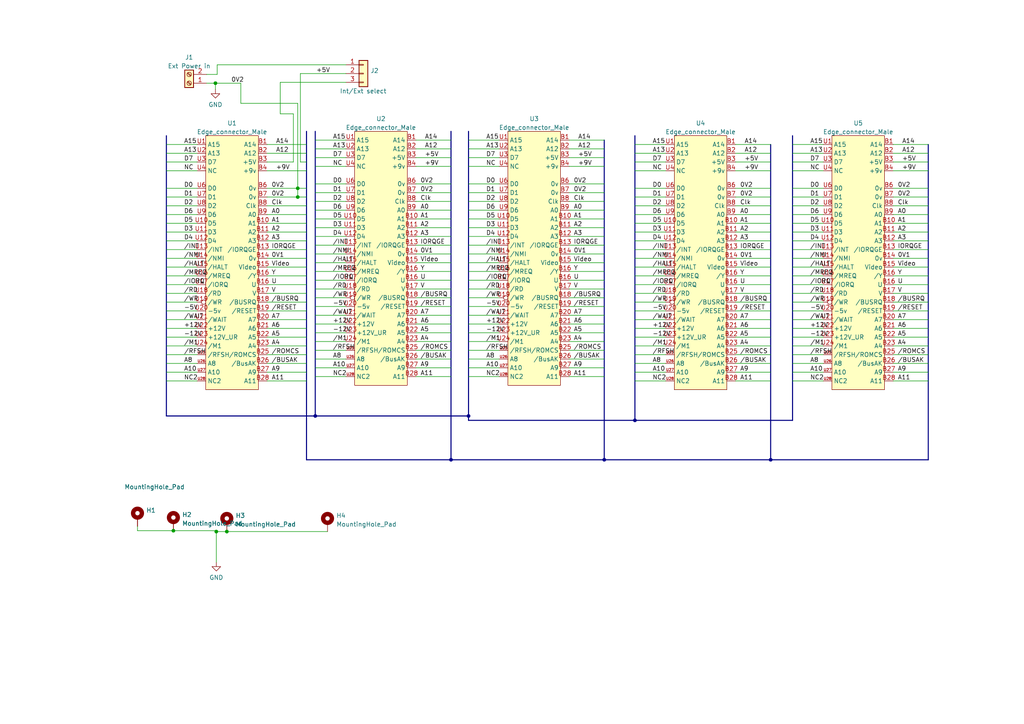
<source format=kicad_sch>
(kicad_sch (version 20211123) (generator eeschema)
  (paper "A4")
  (lib_symbols
    (symbol "Connector:Screw_Terminal_01x02" (pin_names (offset 1.016) hide)
      (property "Reference" "J" (at 0 2.54 0))
      (property "Value" "Screw_Terminal_01x02" (at 0 -5.08 0))
      (symbol "Screw_Terminal_01x02_1_1"
        (rectangle (start -1.27 1.27) (end 1.27 -3.81) (stroke (width 0.254)) (fill (type background)))
        (circle (center 0 -2.54) (radius 0.635) (stroke (width 0.1524)))
        (polyline (pts (xy -0.5334 -2.2098) (xy 0.3302 -3.048)) (stroke (width 0.1524)))
        (polyline (pts (xy -0.5334 0.3302) (xy 0.3302 -0.508)) (stroke (width 0.1524)))
        (polyline (pts (xy -0.3556 -2.032) (xy 0.508 -2.8702)) (stroke (width 0.1524)))
        (polyline (pts (xy -0.3556 0.508) (xy 0.508 -0.3302)) (stroke (width 0.1524)))
        (circle (center 0 0) (radius 0.635) (stroke (width 0.1524)))
        (pin passive line (at -5.08 0 0) (length 3.81) (name "Pin_1") (number "1"))
        (pin passive line (at -5.08 -2.54 0) (length 3.81) (name "Pin_2") (number "2"))
      )
    )
    (symbol "Connector_Generic:Conn_01x03" (pin_names (offset 1.016) hide)
      (property "Reference" "J" (at 0 5.08 0))
      (property "Value" "Conn_01x03" (at 0 -5.08 0))
      (symbol "Conn_01x03_1_1"
        (rectangle (start -1.27 -2.413) (end 0 -2.667) (stroke (width 0.1524)))
        (rectangle (start -1.27 0.127) (end 0 -0.127) (stroke (width 0.1524)))
        (rectangle (start -1.27 2.667) (end 0 2.413) (stroke (width 0.1524)))
        (rectangle (start -1.27 3.81) (end 1.27 -3.81) (stroke (width 0.254)) (fill (type background)))
        (pin passive line (at -5.08 2.54 0) (length 3.81) (name "Pin_1") (number "1"))
        (pin passive line (at -5.08 0 0) (length 3.81) (name "Pin_2") (number "2"))
        (pin passive line (at -5.08 -2.54 0) (length 3.81) (name "Pin_3") (number "3"))
      )
    )
    (symbol "Mechanical:MountingHole_Pad" (pin_numbers hide) (pin_names (offset 1.016) hide)
      (property "Reference" "H" (at 0 6.35 0))
      (property "Value" "MountingHole_Pad" (at 0 4.445 0))
      (symbol "MountingHole_Pad_0_1"
        (circle (center 0 1.27) (radius 1.27) (stroke (width 1.27)))
      )
      (symbol "MountingHole_Pad_1_1"
        (pin input line (at 0 -2.54 90) (length 2.54) (name "1") (number "1"))
      )
    )
    (symbol "Speccy:Edge_connector_Male"
      (property "Reference" "U" (at -5.08 25.4 0))
      (property "Value" "Edge_connector_Male" (at -2.54 -38.1 0))
      (symbol "Edge_connector_Male_0_1"
        (rectangle (start -10.16 38.1) (end 5.08 -35.56) (stroke (width 0.1524)) (fill (type background)))
      )
      (symbol "Edge_connector_Male_1_1"
        (pin bidirectional line (at 7.62 35.56 180) (length 2.54) (name "A14") (number "B1"))
        (pin bidirectional line (at 7.62 12.7 180) (length 2.54) (name "A1") (number "B10"))
        (pin bidirectional line (at 7.62 10.16 180) (length 2.54) (name "A2") (number "B11"))
        (pin bidirectional line (at 7.62 7.62 180) (length 2.54) (name "A3") (number "B12"))
        (pin bidirectional line (at 7.62 5.08 180) (length 2.54) (name "/IORQGE") (number "B13"))
        (pin bidirectional line (at 7.62 2.54 180) (length 2.54) (name "0v") (number "B14"))
        (pin bidirectional line (at 7.62 0 180) (length 2.54) (name "Video") (number "B15"))
        (pin bidirectional line (at 7.62 -2.54 180) (length 2.54) (name "/Y") (number "B16"))
        (pin bidirectional line (at 7.62 -5.08 180) (length 2.54) (name "U") (number "B16"))
        (pin bidirectional line (at 7.62 -7.62 180) (length 2.54) (name "V") (number "B17"))
        (pin bidirectional line (at 7.62 -10.16 180) (length 2.54) (name "/BUSRQ") (number "B18"))
        (pin bidirectional line (at 7.62 -12.7 180) (length 2.54) (name "/RESET") (number "B19"))
        (pin bidirectional line (at 7.62 33.02 180) (length 2.54) (name "A12") (number "B2"))
        (pin bidirectional line (at 7.62 -15.24 180) (length 2.54) (name "A7") (number "B20"))
        (pin tri_state line (at 7.62 -17.78 180) (length 2.54) (name "A6") (number "B21"))
        (pin bidirectional line (at 7.62 -20.32 180) (length 2.54) (name "A5") (number "B22"))
        (pin bidirectional line (at 7.62 -22.86 180) (length 2.54) (name "A4") (number "B23"))
        (pin bidirectional line (at 7.62 -25.4 180) (length 2.54) (name "/ROMCS") (number "B25"))
        (pin bidirectional line (at 7.62 -27.94 180) (length 2.54) (name "/BusAK") (number "B26"))
        (pin bidirectional line (at 7.62 -30.48 180) (length 2.54) (name "A9") (number "B27"))
        (pin bidirectional line (at 7.62 -33.02 180) (length 2.54) (name "A11") (number "B28"))
        (pin bidirectional line (at 7.62 30.48 180) (length 2.54) (name "+5V") (number "B3"))
        (pin bidirectional line (at 7.62 27.94 180) (length 2.54) (name "+9v") (number "B4"))
        (pin bidirectional line (at 7.62 22.86 180) (length 2.54) (name "0v") (number "B6"))
        (pin bidirectional line (at 7.62 20.32 180) (length 2.54) (name "0v") (number "B7"))
        (pin bidirectional line (at 7.62 17.78 180) (length 2.54) (name "Clk") (number "B8"))
        (pin bidirectional line (at 7.62 15.24 180) (length 2.54) (name "A0") (number "B9"))
        (pin bidirectional line (at -12.7 35.56 0) (length 2.54) (name "A15") (number "U1"))
        (pin bidirectional line (at -12.7 12.7 0) (length 2.54) (name "D5") (number "U10"))
        (pin bidirectional line (at -12.7 10.16 0) (length 2.54) (name "D3") (number "U11"))
        (pin bidirectional line (at -12.7 7.62 0) (length 2.54) (name "D4") (number "U12"))
        (pin bidirectional line (at -12.7 5.08 0) (length 2.54) (name "/INT") (number "U13"))
        (pin bidirectional line (at -12.7 2.54 0) (length 2.54) (name "/NMI") (number "U14"))
        (pin bidirectional line (at -12.7 0 0) (length 2.54) (name "/HALT") (number "U15"))
        (pin bidirectional line (at -12.7 -2.54 0) (length 2.54) (name "/MREQ") (number "U16"))
        (pin bidirectional line (at -12.7 -5.08 0) (length 2.54) (name "/IORQ") (number "U17"))
        (pin tri_state line (at -12.7 -7.62 0) (length 2.54) (name "/RD") (number "U18"))
        (pin bidirectional inverted (at -12.7 -10.16 0) (length 2.54) (name "/WR") (number "U19"))
        (pin bidirectional line (at -12.7 33.02 0) (length 2.54) (name "A13") (number "U2"))
        (pin bidirectional line (at -12.7 -12.7 0) (length 2.54) (name "-5v") (number "U20"))
        (pin bidirectional line (at -12.7 -15.24 0) (length 2.54) (name "/WAIT") (number "U21"))
        (pin bidirectional line (at -12.7 -17.78 0) (length 2.54) (name "+12V") (number "U22"))
        (pin bidirectional line (at -12.7 -20.32 0) (length 2.54) (name "+12V_UR") (number "U23"))
        (pin bidirectional line (at -12.7 -22.86 0) (length 2.54) (name "/M1") (number "U24"))
        (pin bidirectional line (at -12.7 -25.4 0) (length 2.54) (name "/RFSH") (number "U25"))
        (pin bidirectional line (at -12.7 -27.94 0) (length 2.54) (name "A8") (number "U26"))
        (pin bidirectional line (at -12.7 -30.48 0) (length 2.54) (name "A10") (number "U27"))
        (pin bidirectional line (at -12.7 -33.02 0) (length 2.54) (name "NC2") (number "U28"))
        (pin bidirectional line (at -12.7 30.48 0) (length 2.54) (name "D7") (number "U3"))
        (pin bidirectional line (at -12.7 27.94 0) (length 2.54) (name "NC") (number "U4"))
        (pin bidirectional line (at -12.7 22.86 0) (length 2.54) (name "D0") (number "U6"))
        (pin bidirectional line (at -12.7 20.32 0) (length 2.54) (name "D1") (number "U7"))
        (pin bidirectional line (at -12.7 17.78 0) (length 2.54) (name "D2") (number "U8"))
        (pin bidirectional line (at -12.7 15.24 0) (length 2.54) (name "D6") (number "U9"))
      )
    )
    (symbol "power:GND" (power) (pin_names (offset 0))
      (property "Value" "GND" (at 0 -3.81 0))
      (symbol "GND_0_1"
        (polyline (pts (xy 0 0) (xy 0 -1.27) (xy 1.27 -1.27) (xy 0 -2.54) (xy -1.27 -1.27) (xy 0 -1.27)))
      )
      (symbol "GND_1_1"
        (pin power_in line (at 0 0 270) (length 0) hide (name "GND") (number "1"))
      )
    )
  )
  (junction (at 62.738 154.178))
  (junction (at 135.89 120.65))
  (junction (at 175.26 133.35))
  (junction (at 130.81 133.35))
  (junction (at 184.15 121.92))
  (junction (at 223.52 133.35))
  (junction (at 62.484 24.13))
  (junction (at 91.44 120.65))
  (junction (at 86.36 57.15))
  (junction (at 86.36 54.61))
  (junction (at 65.786 154.178))
  (junction (at 50.292 153.924))
  (wire (pts (xy 91.44 96.52) (xy 100.33 96.52)))
  (wire (pts (xy 135.89 55.88) (xy 144.78 55.88)))
  (wire (pts (xy 77.47 77.47) (xy 88.9 77.47)))
  (wire (pts (xy 48.26 110.49) (xy 57.15 110.49)))
  (wire (pts (xy 62.992 18.796) (xy 62.992 21.59)))
  (wire (pts (xy 259.08 80.01) (xy 269.24 80.01)))
  (wire (pts (xy 213.36 95.25) (xy 223.52 95.25)))
  (wire (pts (xy 48.26 85.09) (xy 57.15 85.09)))
  (wire (pts (xy 91.44 109.22) (xy 100.33 109.22)))
  (wire (pts (xy 50.292 153.924) (xy 39.878 153.924)))
  (wire (pts (xy 69.85 29.972) (xy 69.85 24.13)))
  (wire (pts (xy 229.87 90.17) (xy 238.76 90.17)))
  (wire (pts (xy 62.738 153.924) (xy 62.738 154.178)))
  (wire (pts (xy 165.1 78.74) (xy 175.26 78.74)))
  (wire (pts (xy 213.36 59.69) (xy 223.52 59.69)))
  (wire (pts (xy 165.1 73.66) (xy 175.26 73.66)))
  (wire (pts (xy 259.08 85.09) (xy 269.24 85.09)))
  (wire (pts (xy 120.65 96.52) (xy 130.81 96.52)))
  (wire (pts (xy 213.36 72.39) (xy 223.52 72.39)))
  (wire (pts (xy 91.44 48.26) (xy 100.33 48.26)))
  (wire (pts (xy 81.28 33.02) (xy 81.28 23.876)))
  (wire (pts (xy 135.89 109.22) (xy 144.78 109.22)))
  (wire (pts (xy 135.89 101.6) (xy 144.78 101.6)))
  (wire (pts (xy 229.87 102.87) (xy 238.76 102.87)))
  (wire (pts (xy 77.47 46.99) (xy 85.09 46.99)))
  (wire (pts (xy 120.65 68.58) (xy 130.81 68.58)))
  (wire (pts (xy 48.26 41.91) (xy 57.15 41.91)))
  (wire (pts (xy 87.122 21.336) (xy 100.33 21.336)))
  (bus (pts (xy 229.87 121.92) (xy 184.15 121.92)))
  (wire (pts (xy 91.44 91.44) (xy 100.33 91.44)))
  (wire (pts (xy 77.47 80.01) (xy 88.9 80.01)))
  (wire (pts (xy 120.65 86.36) (xy 130.81 86.36)))
  (wire (pts (xy 213.36 64.77) (xy 223.52 64.77)))
  (wire (pts (xy 259.08 41.91) (xy 269.24 41.91)))
  (wire (pts (xy 229.87 107.95) (xy 238.76 107.95)))
  (wire (pts (xy 184.15 62.23) (xy 193.04 62.23)))
  (wire (pts (xy 184.15 85.09) (xy 193.04 85.09)))
  (wire (pts (xy 91.44 99.06) (xy 100.33 99.06)))
  (wire (pts (xy 120.65 40.64) (xy 130.81 40.64)))
  (wire (pts (xy 81.28 23.876) (xy 100.33 23.876)))
  (wire (pts (xy 62.484 24.13) (xy 59.944 24.13)))
  (wire (pts (xy 120.65 73.66) (xy 130.81 73.66)))
  (wire (pts (xy 184.15 90.17) (xy 193.04 90.17)))
  (wire (pts (xy 86.36 54.61) (xy 86.36 29.972)))
  (wire (pts (xy 184.15 54.61) (xy 193.04 54.61)))
  (wire (pts (xy 91.44 71.12) (xy 100.33 71.12)))
  (bus (pts (xy 91.44 120.65) (xy 135.89 120.65)))
  (wire (pts (xy 165.1 96.52) (xy 175.26 96.52)))
  (wire (pts (xy 91.44 40.64) (xy 100.33 40.64)))
  (wire (pts (xy 135.89 81.28) (xy 144.78 81.28)))
  (wire (pts (xy 120.65 43.18) (xy 130.81 43.18)))
  (wire (pts (xy 184.15 102.87) (xy 193.04 102.87)))
  (wire (pts (xy 165.1 88.9) (xy 175.26 88.9)))
  (wire (pts (xy 120.65 63.5) (xy 130.81 63.5)))
  (wire (pts (xy 135.89 48.26) (xy 144.78 48.26)))
  (wire (pts (xy 259.08 107.95) (xy 269.24 107.95)))
  (wire (pts (xy 77.47 85.09) (xy 88.9 85.09)))
  (wire (pts (xy 65.786 154.178) (xy 94.996 154.178)))
  (wire (pts (xy 86.36 57.15) (xy 86.36 54.61)))
  (wire (pts (xy 77.47 69.85) (xy 88.9 69.85)))
  (wire (pts (xy 77.47 59.69) (xy 88.9 59.69)))
  (wire (pts (xy 229.87 57.15) (xy 238.76 57.15)))
  (wire (pts (xy 213.36 62.23) (xy 223.52 62.23)))
  (wire (pts (xy 259.08 110.49) (xy 269.24 110.49)))
  (wire (pts (xy 165.1 60.96) (xy 175.26 60.96)))
  (wire (pts (xy 259.08 62.23) (xy 269.24 62.23)))
  (wire (pts (xy 165.1 66.04) (xy 175.26 66.04)))
  (wire (pts (xy 184.15 69.85) (xy 193.04 69.85)))
  (bus (pts (xy 184.15 39.37) (xy 184.15 121.92)))
  (wire (pts (xy 213.36 77.47) (xy 223.52 77.47)))
  (wire (pts (xy 165.1 106.68) (xy 175.26 106.68)))
  (wire (pts (xy 259.08 49.53) (xy 269.24 49.53)))
  (wire (pts (xy 120.65 99.06) (xy 130.81 99.06)))
  (wire (pts (xy 62.738 154.178) (xy 62.738 163.068)))
  (wire (pts (xy 120.65 88.9) (xy 130.81 88.9)))
  (wire (pts (xy 229.87 49.53) (xy 238.76 49.53)))
  (wire (pts (xy 48.26 77.47) (xy 57.15 77.47)))
  (wire (pts (xy 91.44 60.96) (xy 100.33 60.96)))
  (wire (pts (xy 91.44 88.9) (xy 100.33 88.9)))
  (wire (pts (xy 48.26 74.93) (xy 57.15 74.93)))
  (wire (pts (xy 77.47 102.87) (xy 88.9 102.87)))
  (wire (pts (xy 259.08 105.41) (xy 269.24 105.41)))
  (wire (pts (xy 85.09 46.99) (xy 85.09 33.02)))
  (wire (pts (xy 77.47 107.95) (xy 88.9 107.95)))
  (wire (pts (xy 48.26 69.85) (xy 57.15 69.85)))
  (wire (pts (xy 135.89 66.04) (xy 144.78 66.04)))
  (wire (pts (xy 135.89 40.64) (xy 144.78 40.64)))
  (wire (pts (xy 120.65 53.34) (xy 130.81 53.34)))
  (wire (pts (xy 213.36 74.93) (xy 223.52 74.93)))
  (wire (pts (xy 259.08 100.33) (xy 269.24 100.33)))
  (bus (pts (xy 130.81 38.1) (xy 130.81 133.35)))
  (wire (pts (xy 48.26 107.95) (xy 57.15 107.95)))
  (wire (pts (xy 184.15 107.95) (xy 193.04 107.95)))
  (wire (pts (xy 259.08 90.17) (xy 269.24 90.17)))
  (wire (pts (xy 77.47 90.17) (xy 88.9 90.17)))
  (wire (pts (xy 48.26 80.01) (xy 57.15 80.01)))
  (wire (pts (xy 213.36 102.87) (xy 223.52 102.87)))
  (wire (pts (xy 77.47 95.25) (xy 88.9 95.25)))
  (wire (pts (xy 77.47 82.55) (xy 88.9 82.55)))
  (wire (pts (xy 86.36 29.972) (xy 69.85 29.972)))
  (wire (pts (xy 120.65 106.68) (xy 130.81 106.68)))
  (wire (pts (xy 184.15 95.25) (xy 193.04 95.25)))
  (wire (pts (xy 48.26 62.23) (xy 57.15 62.23)))
  (bus (pts (xy 229.87 39.37) (xy 229.87 121.92)))
  (wire (pts (xy 229.87 59.69) (xy 238.76 59.69)))
  (wire (pts (xy 229.87 46.99) (xy 238.76 46.99)))
  (wire (pts (xy 48.26 87.63) (xy 57.15 87.63)))
  (wire (pts (xy 213.36 87.63) (xy 223.52 87.63)))
  (wire (pts (xy 184.15 77.47) (xy 193.04 77.47)))
  (wire (pts (xy 213.36 67.31) (xy 223.52 67.31)))
  (bus (pts (xy 48.26 39.37) (xy 48.26 120.65)))
  (wire (pts (xy 91.44 63.5) (xy 100.33 63.5)))
  (wire (pts (xy 48.26 72.39) (xy 57.15 72.39)))
  (wire (pts (xy 165.1 68.58) (xy 175.26 68.58)))
  (wire (pts (xy 48.26 59.69) (xy 57.15 59.69)))
  (wire (pts (xy 39.878 153.924) (xy 39.878 152.654)))
  (bus (pts (xy 184.15 121.92) (xy 135.89 121.92)))
  (wire (pts (xy 48.26 44.45) (xy 57.15 44.45)))
  (wire (pts (xy 259.08 57.15) (xy 269.24 57.15)))
  (wire (pts (xy 213.36 107.95) (xy 223.52 107.95)))
  (wire (pts (xy 213.36 80.01) (xy 223.52 80.01)))
  (wire (pts (xy 229.87 62.23) (xy 238.76 62.23)))
  (wire (pts (xy 48.26 100.33) (xy 57.15 100.33)))
  (wire (pts (xy 259.08 54.61) (xy 269.24 54.61)))
  (wire (pts (xy 259.08 74.93) (xy 269.24 74.93)))
  (bus (pts (xy 88.9 38.1) (xy 88.9 133.35)))
  (wire (pts (xy 213.36 57.15) (xy 223.52 57.15)))
  (wire (pts (xy 120.65 60.96) (xy 130.81 60.96)))
  (wire (pts (xy 165.1 53.34) (xy 175.26 53.34)))
  (wire (pts (xy 259.08 87.63) (xy 269.24 87.63)))
  (wire (pts (xy 184.15 87.63) (xy 193.04 87.63)))
  (wire (pts (xy 229.87 97.79) (xy 238.76 97.79)))
  (wire (pts (xy 120.65 66.04) (xy 130.81 66.04)))
  (wire (pts (xy 229.87 100.33) (xy 238.76 100.33)))
  (wire (pts (xy 229.87 64.77) (xy 238.76 64.77)))
  (wire (pts (xy 59.944 21.59) (xy 62.992 21.59)))
  (wire (pts (xy 213.36 85.09) (xy 223.52 85.09)))
  (wire (pts (xy 165.1 81.28) (xy 175.26 81.28)))
  (wire (pts (xy 91.44 45.72) (xy 100.33 45.72)))
  (wire (pts (xy 91.44 58.42) (xy 100.33 58.42)))
  (wire (pts (xy 229.87 105.41) (xy 238.76 105.41)))
  (wire (pts (xy 135.89 76.2) (xy 144.78 76.2)))
  (wire (pts (xy 135.89 45.72) (xy 144.78 45.72)))
  (bus (pts (xy 91.44 38.1) (xy 91.44 120.65)))
  (wire (pts (xy 120.65 91.44) (xy 130.81 91.44)))
  (wire (pts (xy 91.44 53.34) (xy 100.33 53.34)))
  (wire (pts (xy 48.26 54.61) (xy 57.15 54.61)))
  (wire (pts (xy 229.87 92.71) (xy 238.76 92.71)))
  (wire (pts (xy 184.15 97.79) (xy 193.04 97.79)))
  (wire (pts (xy 77.47 105.41) (xy 88.9 105.41)))
  (wire (pts (xy 229.87 69.85) (xy 238.76 69.85)))
  (wire (pts (xy 86.36 54.61) (xy 88.9 54.61)))
  (wire (pts (xy 135.89 73.66) (xy 144.78 73.66)))
  (wire (pts (xy 184.15 64.77) (xy 193.04 64.77)))
  (wire (pts (xy 184.15 57.15) (xy 193.04 57.15)))
  (wire (pts (xy 120.65 76.2) (xy 130.81 76.2)))
  (wire (pts (xy 184.15 67.31) (xy 193.04 67.31)))
  (wire (pts (xy 135.89 93.98) (xy 144.78 93.98)))
  (wire (pts (xy 213.36 41.91) (xy 223.52 41.91)))
  (wire (pts (xy 120.65 45.72) (xy 130.81 45.72)))
  (wire (pts (xy 91.44 78.74) (xy 100.33 78.74)))
  (wire (pts (xy 48.26 67.31) (xy 57.15 67.31)))
  (wire (pts (xy 213.36 82.55) (xy 223.52 82.55)))
  (wire (pts (xy 259.08 97.79) (xy 269.24 97.79)))
  (wire (pts (xy 120.65 48.26) (xy 130.81 48.26)))
  (bus (pts (xy 175.26 40.64) (xy 175.26 133.35)))
  (wire (pts (xy 86.36 57.15) (xy 88.9 57.15)))
  (wire (pts (xy 135.89 99.06) (xy 144.78 99.06)))
  (wire (pts (xy 91.44 43.18) (xy 100.33 43.18)))
  (wire (pts (xy 62.484 25.908) (xy 62.484 24.13)))
  (bus (pts (xy 135.89 38.1) (xy 135.89 120.65)))
  (wire (pts (xy 77.47 72.39) (xy 88.9 72.39)))
  (wire (pts (xy 229.87 67.31) (xy 238.76 67.31)))
  (wire (pts (xy 184.15 110.49) (xy 193.04 110.49)))
  (wire (pts (xy 184.15 82.55) (xy 193.04 82.55)))
  (wire (pts (xy 120.65 55.88) (xy 130.81 55.88)))
  (wire (pts (xy 120.65 71.12) (xy 130.81 71.12)))
  (wire (pts (xy 213.36 69.85) (xy 223.52 69.85)))
  (wire (pts (xy 48.26 64.77) (xy 57.15 64.77)))
  (wire (pts (xy 165.1 101.6) (xy 175.26 101.6)))
  (wire (pts (xy 229.87 44.45) (xy 238.76 44.45)))
  (wire (pts (xy 184.15 72.39) (xy 193.04 72.39)))
  (bus (pts (xy 269.24 133.35) (xy 223.52 133.35)))
  (wire (pts (xy 135.89 60.96) (xy 144.78 60.96)))
  (wire (pts (xy 77.47 54.61) (xy 86.36 54.61)))
  (wire (pts (xy 77.47 41.91) (xy 88.9 41.91)))
  (wire (pts (xy 87.122 21.336) (xy 87.122 46.99)))
  (wire (pts (xy 165.1 104.14) (xy 175.26 104.14)))
  (wire (pts (xy 77.47 49.53) (xy 88.9 49.53)))
  (wire (pts (xy 165.1 58.42) (xy 175.26 58.42)))
  (wire (pts (xy 48.26 97.79) (xy 57.15 97.79)))
  (wire (pts (xy 213.36 97.79) (xy 223.52 97.79)))
  (wire (pts (xy 184.15 59.69) (xy 193.04 59.69)))
  (wire (pts (xy 165.1 93.98) (xy 175.26 93.98)))
  (wire (pts (xy 91.44 93.98) (xy 100.33 93.98)))
  (bus (pts (xy 88.9 133.35) (xy 130.81 133.35)))
  (wire (pts (xy 165.1 71.12) (xy 175.26 71.12)))
  (wire (pts (xy 184.15 44.45) (xy 193.04 44.45)))
  (wire (pts (xy 120.65 83.82) (xy 130.81 83.82)))
  (wire (pts (xy 48.26 49.53) (xy 57.15 49.53)))
  (wire (pts (xy 91.44 81.28) (xy 100.33 81.28)))
  (wire (pts (xy 213.36 92.71) (xy 223.52 92.71)))
  (wire (pts (xy 120.65 78.74) (xy 130.81 78.74)))
  (wire (pts (xy 259.08 44.45) (xy 269.24 44.45)))
  (bus (pts (xy 223.52 133.35) (xy 175.26 133.35)))
  (wire (pts (xy 259.08 102.87) (xy 269.24 102.87)))
  (wire (pts (xy 165.1 63.5) (xy 175.26 63.5)))
  (wire (pts (xy 135.89 86.36) (xy 144.78 86.36)))
  (wire (pts (xy 259.08 67.31) (xy 269.24 67.31)))
  (wire (pts (xy 184.15 80.01) (xy 193.04 80.01)))
  (wire (pts (xy 229.87 54.61) (xy 238.76 54.61)))
  (wire (pts (xy 184.15 41.91) (xy 193.04 41.91)))
  (wire (pts (xy 91.44 104.14) (xy 100.33 104.14)))
  (wire (pts (xy 213.36 90.17) (xy 223.52 90.17)))
  (wire (pts (xy 165.1 91.44) (xy 175.26 91.44)))
  (wire (pts (xy 81.28 33.02) (xy 85.09 33.02)))
  (wire (pts (xy 91.44 66.04) (xy 100.33 66.04)))
  (wire (pts (xy 91.44 68.58) (xy 100.33 68.58)))
  (wire (pts (xy 77.47 74.93) (xy 88.9 74.93)))
  (wire (pts (xy 48.26 82.55) (xy 57.15 82.55)))
  (wire (pts (xy 259.08 69.85) (xy 269.24 69.85)))
  (wire (pts (xy 77.47 110.49) (xy 88.9 110.49)))
  (wire (pts (xy 165.1 43.18) (xy 175.26 43.18)))
  (wire (pts (xy 91.44 101.6) (xy 100.33 101.6)))
  (wire (pts (xy 184.15 74.93) (xy 193.04 74.93)))
  (wire (pts (xy 184.15 105.41) (xy 193.04 105.41)))
  (wire (pts (xy 120.65 58.42) (xy 130.81 58.42)))
  (wire (pts (xy 165.1 109.22) (xy 175.26 109.22)))
  (wire (pts (xy 48.26 102.87) (xy 57.15 102.87)))
  (wire (pts (xy 77.47 57.15) (xy 86.36 57.15)))
  (wire (pts (xy 165.1 55.88) (xy 175.26 55.88)))
  (wire (pts (xy 135.89 96.52) (xy 144.78 96.52)))
  (wire (pts (xy 120.65 81.28) (xy 130.81 81.28)))
  (wire (pts (xy 135.89 106.68) (xy 144.78 106.68)))
  (wire (pts (xy 135.89 58.42) (xy 144.78 58.42)))
  (wire (pts (xy 213.36 105.41) (xy 223.52 105.41)))
  (wire (pts (xy 213.36 110.49) (xy 223.52 110.49)))
  (wire (pts (xy 213.36 54.61) (xy 223.52 54.61)))
  (wire (pts (xy 259.08 82.55) (xy 269.24 82.55)))
  (wire (pts (xy 184.15 92.71) (xy 193.04 92.71)))
  (wire (pts (xy 229.87 95.25) (xy 238.76 95.25)))
  (bus (pts (xy 135.89 121.92) (xy 135.89 120.65)))
  (wire (pts (xy 100.33 18.796) (xy 62.992 18.796)))
  (wire (pts (xy 259.08 72.39) (xy 269.24 72.39)))
  (wire (pts (xy 91.44 106.68) (xy 100.33 106.68)))
  (wire (pts (xy 259.08 92.71) (xy 269.24 92.71)))
  (wire (pts (xy 135.89 83.82) (xy 144.78 83.82)))
  (bus (pts (xy 269.24 41.91) (xy 269.24 133.35)))
  (wire (pts (xy 165.1 76.2) (xy 175.26 76.2)))
  (wire (pts (xy 77.47 64.77) (xy 88.9 64.77)))
  (wire (pts (xy 77.47 44.45) (xy 88.9 44.45)))
  (wire (pts (xy 120.65 101.6) (xy 130.81 101.6)))
  (wire (pts (xy 135.89 68.58) (xy 144.78 68.58)))
  (wire (pts (xy 135.89 63.5) (xy 144.78 63.5)))
  (wire (pts (xy 77.47 100.33) (xy 88.9 100.33)))
  (wire (pts (xy 213.36 46.99) (xy 223.52 46.99)))
  (wire (pts (xy 259.08 77.47) (xy 269.24 77.47)))
  (wire (pts (xy 229.87 72.39) (xy 238.76 72.39)))
  (wire (pts (xy 91.44 83.82) (xy 100.33 83.82)))
  (wire (pts (xy 229.87 110.49) (xy 238.76 110.49)))
  (wire (pts (xy 259.08 59.69) (xy 269.24 59.69)))
  (wire (pts (xy 259.08 64.77) (xy 269.24 64.77)))
  (wire (pts (xy 213.36 100.33) (xy 223.52 100.33)))
  (wire (pts (xy 135.89 53.34) (xy 144.78 53.34)))
  (wire (pts (xy 48.26 105.41) (xy 57.15 105.41)))
  (wire (pts (xy 259.08 95.25) (xy 269.24 95.25)))
  (wire (pts (xy 135.89 88.9) (xy 144.78 88.9)))
  (wire (pts (xy 120.65 104.14) (xy 130.81 104.14)))
  (wire (pts (xy 69.85 24.13) (xy 62.484 24.13)))
  (bus (pts (xy 175.26 133.35) (xy 130.81 133.35)))
  (wire (pts (xy 229.87 77.47) (xy 238.76 77.47)))
  (wire (pts (xy 91.44 86.36) (xy 100.33 86.36)))
  (wire (pts (xy 48.26 90.17) (xy 57.15 90.17)))
  (wire (pts (xy 91.44 76.2) (xy 100.33 76.2)))
  (wire (pts (xy 48.26 57.15) (xy 57.15 57.15)))
  (wire (pts (xy 184.15 100.33) (xy 193.04 100.33)))
  (wire (pts (xy 135.89 78.74) (xy 144.78 78.74)))
  (wire (pts (xy 229.87 85.09) (xy 238.76 85.09)))
  (wire (pts (xy 87.122 46.99) (xy 88.9 46.99)))
  (wire (pts (xy 165.1 83.82) (xy 175.26 83.82)))
  (wire (pts (xy 213.36 44.45) (xy 223.52 44.45)))
  (wire (pts (xy 135.89 43.18) (xy 144.78 43.18)))
  (wire (pts (xy 120.65 109.22) (xy 130.81 109.22)))
  (wire (pts (xy 48.26 95.25) (xy 57.15 95.25)))
  (bus (pts (xy 223.52 41.91) (xy 223.52 133.35)))
  (wire (pts (xy 184.15 49.53) (xy 193.04 49.53)))
  (wire (pts (xy 165.1 99.06) (xy 175.26 99.06)))
  (bus (pts (xy 48.26 120.65) (xy 91.44 120.65)))
  (wire (pts (xy 259.08 46.99) (xy 269.24 46.99)))
  (wire (pts (xy 184.15 46.99) (xy 193.04 46.99)))
  (wire (pts (xy 62.738 154.178) (xy 65.786 154.178)))
  (wire (pts (xy 91.44 55.88) (xy 100.33 55.88)))
  (wire (pts (xy 91.44 73.66) (xy 100.33 73.66)))
  (wire (pts (xy 48.26 92.71) (xy 57.15 92.71)))
  (wire (pts (xy 229.87 74.93) (xy 238.76 74.93)))
  (wire (pts (xy 77.47 92.71) (xy 88.9 92.71)))
  (wire (pts (xy 229.87 80.01) (xy 238.76 80.01)))
  (wire (pts (xy 213.36 49.53) (xy 223.52 49.53)))
  (wire (pts (xy 165.1 86.36) (xy 175.26 86.36)))
  (wire (pts (xy 50.292 153.924) (xy 62.738 153.924)))
  (wire (pts (xy 77.47 67.31) (xy 88.9 67.31)))
  (wire (pts (xy 229.87 87.63) (xy 238.76 87.63)))
  (wire (pts (xy 135.89 71.12) (xy 144.78 71.12)))
  (wire (pts (xy 135.89 104.14) (xy 144.78 104.14)))
  (wire (pts (xy 229.87 82.55) (xy 238.76 82.55)))
  (wire (pts (xy 165.1 40.64) (xy 175.26 40.64)))
  (wire (pts (xy 165.1 45.72) (xy 175.26 45.72)))
  (wire (pts (xy 77.47 87.63) (xy 88.9 87.63)))
  (wire (pts (xy 77.47 97.79) (xy 88.9 97.79)))
  (wire (pts (xy 77.47 62.23) (xy 88.9 62.23)))
  (wire (pts (xy 120.65 93.98) (xy 130.81 93.98)))
  (wire (pts (xy 229.87 41.91) (xy 238.76 41.91)))
  (wire (pts (xy 135.89 91.44) (xy 144.78 91.44)))
  (wire (pts (xy 48.26 46.99) (xy 57.15 46.99)))
  (wire (pts (xy 165.1 48.26) (xy 175.26 48.26)))
  (label "A12" (at 167.64 43.18 0))
  (label "-12V" (at 234.95 97.79 0))
  (label "A9" (at 78.74 107.95 0))
  (label "+5V" (at 167.64 45.72 0))
  (label "0V2" (at 166.37 53.34 0))
  (label "D6" (at 96.52 60.96 0))
  (label "-5V" (at 234.95 90.17 0))
  (label "{slash}BUSAK" (at 260.35 105.41 0))
  (label "A10" (at 53.34 107.95 0))
  (label "A1" (at 166.37 63.5 0))
  (label "A4" (at 121.92 99.06 0))
  (label "+12V" (at 140.97 93.98 0))
  (label "-12V" (at 189.23 97.79 0))
  (label "Video" (at 121.92 76.2 0))
  (label "IORQGE" (at 166.37 71.12 0))
  (label "{slash}MREQ" (at 234.95 80.01 0))
  (label "U" (at 260.35 82.55 0))
  (label "+12V" (at 53.34 95.25 0))
  (label "D3" (at 189.23 67.31 0))
  (label "Clk" (at 214.63 59.69 0))
  (label "Y" (at 260.35 80.01 0))
  (label "{slash}RESET" (at 121.92 88.9 0))
  (label "{slash}BUSAK" (at 78.74 105.41 0))
  (label "-12V" (at 96.52 96.52 0))
  (label "V" (at 121.92 83.82 0))
  (label "0V1" (at 121.92 73.66 0))
  (label "A14" (at 167.64 40.64 0))
  (label "D2" (at 140.97 58.42 0))
  (label "D5" (at 53.34 64.77 0))
  (label "{slash}IORQ" (at 234.95 82.55 0))
  (label "A15" (at 234.95 41.91 0))
  (label "-12V" (at 140.97 96.52 0))
  (label "{slash}RD" (at 189.23 85.09 0))
  (label "D2" (at 189.23 59.69 0))
  (label "D5" (at 96.52 63.5 0))
  (label "D1" (at 53.34 57.15 0))
  (label "+9V" (at 80.01 49.53 0))
  (label "D0" (at 189.23 54.61 0))
  (label "D7" (at 96.52 45.72 0))
  (label "+5V" (at 91.694 21.336 0))
  (label "Video" (at 214.63 77.47 0))
  (label "{slash}M1" (at 234.95 100.33 0))
  (label "NC2" (at 53.34 110.49 0))
  (label "-5V" (at 96.52 88.9 0))
  (label "{slash}WAIT" (at 234.95 92.71 0))
  (label "D0" (at 234.95 54.61 0))
  (label "A15" (at 96.52 40.64 0))
  (label "A2" (at 260.35 67.31 0))
  (label "A10" (at 189.23 107.95 0))
  (label "{slash}ROMCS" (at 121.92 101.6 0))
  (label "{slash}HALT" (at 140.97 76.2 0))
  (label "{slash}WR" (at 53.34 87.63 0))
  (label "+9V" (at 215.9 49.53 0))
  (label "+9V" (at 123.19 48.26 0))
  (label "A3" (at 121.92 68.58 0))
  (label "0V2" (at 78.74 54.61 0))
  (label "A9" (at 260.35 107.95 0))
  (label "D6" (at 53.34 62.23 0))
  (label "0V2" (at 214.63 57.15 0))
  (label "A5" (at 260.35 97.79 0))
  (label "NC" (at 234.95 49.53 0))
  (label "A2" (at 121.92 66.04 0))
  (label "{slash}M1" (at 140.97 99.06 0))
  (label "NC2" (at 189.23 110.49 0))
  (label "{slash}RD" (at 234.95 85.09 0))
  (label "{slash}BUSRQ" (at 260.35 87.63 0))
  (label "A14" (at 215.9 41.91 0))
  (label "D7" (at 189.23 46.99 0))
  (label "D7" (at 140.97 45.72 0))
  (label "{slash}RESET" (at 214.63 90.17 0))
  (label "D0" (at 96.52 53.34 0))
  (label "A6" (at 78.74 95.25 0))
  (label "NC2" (at 140.97 109.22 0))
  (label "A13" (at 96.52 43.18 0))
  (label "U" (at 214.63 82.55 0))
  (label "+9V" (at 167.64 48.26 0))
  (label "A11" (at 166.37 109.22 0))
  (label "A11" (at 214.63 110.49 0))
  (label "+12V" (at 96.52 93.98 0))
  (label "A7" (at 260.35 92.71 0))
  (label "A9" (at 214.63 107.95 0))
  (label "{slash}MREQ" (at 140.97 78.74 0))
  (label "{slash}BUSAK" (at 121.92 104.14 0))
  (label "D0" (at 53.34 54.61 0))
  (label "A3" (at 214.63 69.85 0))
  (label "{slash}HALT" (at 234.95 77.47 0))
  (label "{slash}RESET" (at 166.37 88.9 0))
  (label "{slash}IORQ" (at 96.52 81.28 0))
  (label "A4" (at 214.63 100.33 0))
  (label "A8" (at 96.52 104.14 0))
  (label "A15" (at 53.34 41.91 0))
  (label "{slash}IORQ" (at 189.23 82.55 0))
  (label "Video" (at 260.35 77.47 0))
  (label "{slash}BUSRQ" (at 121.92 86.36 0))
  (label "IORQGE" (at 214.63 72.39 0))
  (label "{slash}MREQ" (at 53.34 80.01 0))
  (label "A1" (at 260.35 64.77 0))
  (label "A5" (at 214.63 97.79 0))
  (label "{slash}INT" (at 53.34 72.39 0))
  (label "{slash}BUSAK" (at 214.63 105.41 0))
  (label "{slash}WAIT" (at 189.23 92.71 0))
  (label "IORQGE" (at 121.92 71.12 0))
  (label "+9V" (at 261.62 49.53 0))
  (label "D5" (at 234.95 64.77 0))
  (label "0V2" (at 260.35 57.15 0))
  (label "NC" (at 189.23 49.53 0))
  (label "D0" (at 140.97 53.34 0))
  (label "A12" (at 123.19 43.18 0))
  (label "{slash}WR" (at 140.97 86.36 0))
  (label "D5" (at 189.23 64.77 0))
  (label "A8" (at 140.97 104.14 0))
  (label "{slash}INT" (at 189.23 72.39 0))
  (label "{slash}RESET" (at 78.74 90.17 0))
  (label "{slash}HALT" (at 53.34 77.47 0))
  (label "Clk" (at 78.74 59.69 0))
  (label "{slash}IORQ" (at 140.97 81.28 0))
  (label "D1" (at 234.95 57.15 0))
  (label "A11" (at 121.92 109.22 0))
  (label "0V1" (at 78.74 74.93 0))
  (label "A13" (at 234.95 44.45 0))
  (label "A7" (at 121.92 91.44 0))
  (label "A4" (at 166.37 99.06 0))
  (label "{slash}INT" (at 96.52 71.12 0))
  (label "A15" (at 140.97 40.64 0))
  (label "A5" (at 166.37 96.52 0))
  (label "NC2" (at 234.95 110.49 0))
  (label "{slash}BUSRQ" (at 78.74 87.63 0))
  (label "-5V" (at 53.34 90.17 0))
  (label "{slash}M1" (at 96.52 99.06 0))
  (label "U" (at 121.92 81.28 0))
  (label "+12V" (at 189.23 95.25 0))
  (label "IORQGE" (at 78.74 72.39 0))
  (label "A14" (at 261.62 41.91 0))
  (label "{slash}WR" (at 189.23 87.63 0))
  (label "D4" (at 234.95 69.85 0))
  (label "U" (at 166.37 81.28 0))
  (label "Y" (at 121.92 78.74 0))
  (label "A1" (at 121.92 63.5 0))
  (label "D5" (at 140.97 63.5 0))
  (label "{slash}NMI" (at 140.97 73.66 0))
  (label "{slash}ROMCS" (at 78.74 102.87 0))
  (label "D1" (at 140.97 55.88 0))
  (label "{slash}MREQ" (at 189.23 80.01 0))
  (label "{slash}RFSH" (at 96.52 101.6 0))
  (label "D3" (at 53.34 67.31 0))
  (label "D6" (at 140.97 60.96 0))
  (label "0V1" (at 214.63 74.93 0))
  (label "A7" (at 214.63 92.71 0))
  (label "A6" (at 217.17 95.25 180))
  (label "{slash}IORQ" (at 53.34 82.55 0))
  (label "{slash}INT" (at 140.97 71.12 0))
  (label "A5" (at 121.92 96.52 0))
  (label "A10" (at 234.95 107.95 0))
  (label "Video" (at 166.37 76.2 0))
  (label "+5V" (at 261.62 46.99 0))
  (label "A2" (at 214.63 67.31 0))
  (label "{slash}RD" (at 53.34 85.09 0))
  (label "{slash}M1" (at 189.23 100.33 0))
  (label "A3" (at 78.74 69.85 0))
  (label "{slash}M1" (at 53.34 100.33 0))
  (label "A8" (at 189.23 105.41 0))
  (label "A1" (at 214.63 64.77 0))
  (label "D2" (at 234.95 59.69 0))
  (label "D4" (at 140.97 68.58 0))
  (label "{slash}NMI" (at 96.52 73.66 0))
  (label "D2" (at 53.34 59.69 0))
  (label "V" (at 166.37 83.82 0))
  (label "{slash}INT" (at 234.95 72.39 0))
  (label "{slash}RD" (at 96.52 83.82 0))
  (label "A6" (at 124.46 93.98 180))
  (label "{slash}WR" (at 234.95 87.63 0))
  (label "D2" (at 96.52 58.42 0))
  (label "A2" (at 78.74 67.31 0))
  (label "{slash}WR" (at 96.52 86.36 0))
  (label "D4" (at 96.52 68.58 0))
  (label "{slash}ROMCS" (at 214.63 102.87 0))
  (label "D3" (at 96.52 66.04 0))
  (label "Video" (at 78.74 77.47 0))
  (label "A0" (at 78.74 62.23 0))
  (label "A15" (at 189.23 41.91 0))
  (label "D6" (at 189.23 62.23 0))
  (label "{slash}NMI" (at 53.34 74.93 0))
  (label "A9" (at 121.92 106.68 0))
  (label "0V2" (at 121.92 55.88 0))
  (label "A14" (at 80.01 41.91 0))
  (label "D4" (at 189.23 69.85 0))
  (label "NC" (at 140.97 48.26 0))
  (label "A7" (at 166.37 91.44 0))
  (label "A8" (at 53.34 105.41 0))
  (label "A2" (at 166.37 66.04 0))
  (label "A11" (at 78.74 110.49 0))
  (label "A7" (at 78.74 92.71 0))
  (label "D4" (at 53.34 69.85 0))
  (label "Y" (at 78.74 80.01 0))
  (label "A4" (at 78.74 100.33 0))
  (label "{slash}WAIT" (at 53.34 92.71 0))
  (label "{slash}HALT" (at 189.23 77.47 0))
  (label "{slash}NMI" (at 189.23 74.93 0))
  (label "A3" (at 166.37 68.58 0))
  (label "V" (at 78.74 85.09 0))
  (label "NC" (at 96.52 48.26 0))
  (label "0V2" (at 67.056 24.13 0))
  (label "A13" (at 189.23 44.45 0))
  (label "A14" (at 123.19 40.64 0))
  (label "{slash}RFSH" (at 53.34 102.87 0))
  (label "D1" (at 96.52 55.88 0))
  (label "A6" (at 262.89 95.25 180))
  (label "A6" (at 168.91 93.98 180))
  (label "-5V" (at 189.23 90.17 0))
  (label "-5V" (at 140.97 88.9 0))
  (label "Clk" (at 260.35 59.69 0))
  (label "+12V" (at 234.95 95.25 0))
  (label "A0" (at 166.37 60.96 0))
  (label "0V1" (at 166.37 73.66 0))
  (label "{slash}BUSAK" (at 166.37 104.14 0))
  (label "0V2" (at 214.63 54.61 0))
  (label "A10" (at 140.97 106.68 0))
  (label "0V1" (at 260.35 74.93 0))
  (label "{slash}MREQ" (at 96.52 78.74 0))
  (label "A12" (at 80.01 44.45 0))
  (label "V" (at 260.35 85.09 0))
  (label "{slash}ROMCS" (at 166.37 101.6 0))
  (label "+5V" (at 123.19 45.72 0))
  (label "NC" (at 53.34 49.53 0))
  (label "A13" (at 53.34 44.45 0))
  (label "Y" (at 166.37 78.74 0))
  (label "A8" (at 234.95 105.41 0))
  (label "U" (at 78.74 82.55 0))
  (label "V" (at 214.63 85.09 0))
  (label "{slash}BUSRQ" (at 214.63 87.63 0))
  (label "{slash}HALT" (at 96.52 76.2 0))
  (label "A1" (at 78.74 64.77 0))
  (label "Clk" (at 121.92 58.42 0))
  (label "0V2" (at 166.37 55.88 0))
  (label "D7" (at 234.95 46.99 0))
  (label "D6" (at 234.95 62.23 0))
  (label "A4" (at 260.35 100.33 0))
  (label "{slash}ROMCS" (at 260.35 102.87 0))
  (label "A12" (at 215.9 44.45 0))
  (label "{slash}NMI" (at 234.95 74.93 0))
  (label "Y" (at 214.63 80.01 0))
  (label "A0" (at 214.63 62.23 0))
  (label "{slash}BUSRQ" (at 166.37 86.36 0))
  (label "NC2" (at 96.52 109.22 0))
  (label "A10" (at 96.52 106.68 0))
  (label "A13" (at 140.97 43.18 0))
  (label "D1" (at 189.23 57.15 0))
  (label "0V2" (at 78.74 57.15 0))
  (label "0V2" (at 121.92 53.34 0))
  (label "{slash}RESET" (at 260.35 90.17 0))
  (label "A0" (at 121.92 60.96 0))
  (label "{slash}WAIT" (at 96.52 91.44 0))
  (label "{slash}RD" (at 140.97 83.82 0))
  (label "Clk" (at 166.37 58.42 0))
  (label "A11" (at 260.35 110.49 0))
  (label "{slash}WAIT" (at 140.97 91.44 0))
  (label "A5" (at 78.74 97.79 0))
  (label "-12V" (at 53.34 97.79 0))
  (label "A12" (at 261.62 44.45 0))
  (label "{slash}RFSH" (at 140.97 101.6 0))
  (label "D3" (at 140.97 66.04 0))
  (label "+5V" (at 215.9 46.99 0))
  (label "IORQGE" (at 260.35 72.39 0))
  (label "D3" (at 234.95 67.31 0))
  (label "A0" (at 260.35 62.23 0))
  (label "{slash}RFSH" (at 234.95 102.87 0))
  (label "A9" (at 166.37 106.68 0))
  (label "{slash}RFSH" (at 189.23 102.87 0))
  (label "0V2" (at 260.35 54.61 0))
  (label "D7" (at 53.34 46.99 0))
  (label "A3" (at 260.35 69.85 0))
  (symbol (lib_id "Speccy:Edge_connector_Male") (at 113.03 76.2 0) (unit 1)
    (property "Reference" "U2" (at 110.49 34.451 0))
    (property "Value" "Edge_connector_Male" (at 110.49 36.9879 0))
    (property "Footprint" "Spectrum:Speccy_edge_Socket_reversed" (effects hide))
  )
  (symbol (lib_id "Speccy:Edge_connector_Male") (at 157.48 76.2 0) (unit 1)
    (property "Reference" "U3" (at 154.94 34.451 0))
    (property "Value" "Edge_connector_Male" (at 154.94 36.9879 0))
    (property "Footprint" "Spectrum:Speccy_edge_Socket_reversed" (effects hide))
  )
  (symbol (lib_id "Connector_Generic:Conn_01x03") (at 105.41 21.336 0) (unit 1)
    (property "Reference" "J2" (at 107.442 20.5013 0) (effects (justify left)))
    (property "Value" "Int/Ext select" (at 98.552 26.416 0) (effects (justify left)))
    (property "Footprint" "Connector_PinSocket_2.54mm:PinSocket_1x03_P2.54mm_Vertical" (effects hide))
  )
  (symbol (lib_id "Mechanical:MountingHole_Pad") (at 94.996 151.638 0) (unit 1)
    (property "Reference" "H4" (at 97.536 149.5333 0) (effects (justify left)))
    (property "Value" "MountingHole_Pad" (at 97.536 152.0702 0) (effects (justify left)))
    (property "Footprint" "MountingHole:MountingHole_2.5mm_Pad" (effects hide))
  )
  (symbol (lib_id "Speccy:Edge_connector_Male") (at 69.85 77.47 0) (unit 1)
    (property "Reference" "U1" (at 67.31 35.721 0))
    (property "Value" "Edge_connector_Male" (at 67.31 38.2579 0))
    (property "Footprint" "Spectrum:Speccy_edge_External" (effects hide))
  )
  (symbol (lib_id "Mechanical:MountingHole_Pad") (at 50.292 151.384 0) (unit 1)
    (property "Reference" "H2" (at 52.832 149.2793 0) (effects (justify left)))
    (property "Value" "MountingHole_Pad" (at 52.832 151.8162 0) (effects (justify left)))
    (property "Footprint" "MountingHole:MountingHole_2.5mm_Pad" (effects hide))
  )
  (symbol (lib_id "power:GND") (at 62.484 25.908 0) (unit 1)
    (property "Reference" "#PWR01" (effects hide))
    (property "Value" "GND" (at 62.484 30.3514 0))
  )
  (symbol (lib_id "power:GND") (at 62.738 163.068 0) (unit 1)
    (property "Reference" "#PWR02" (effects hide))
    (property "Value" "GND" (at 62.738 167.5114 0))
  )
  (symbol (lib_id "Speccy:Edge_connector_Male") (at 251.46 77.47 0) (unit 1)
    (property "Reference" "U5" (at 248.92 35.721 0))
    (property "Value" "Edge_connector_Male" (at 248.92 38.2579 0))
    (property "Footprint" "Spectrum:Speccy_edge_Socket_reversed" (effects hide))
  )
  (symbol (lib_id "Mechanical:MountingHole_Pad") (at 39.878 150.114 0) (unit 1)
    (property "Reference" "H1" (at 42.418 148.0093 0) (effects (justify left)))
    (property "Value" "MountingHole_Pad" (at 36.068 141.224 0) (effects (justify left)))
    (property "Footprint" "MountingHole:MountingHole_2.5mm_Pad" (effects hide))
  )
  (symbol (lib_id "Speccy:Edge_connector_Male") (at 205.74 77.47 0) (unit 1)
    (property "Reference" "U4" (at 203.2 35.721 0))
    (property "Value" "Edge_connector_Male" (at 203.2 38.2579 0))
    (property "Footprint" "Spectrum:Speccy_edge_Socket_reversed" (effects hide))
  )
  (symbol (lib_id "Mechanical:MountingHole_Pad") (at 65.786 151.638 0) (unit 1)
    (property "Reference" "H3" (at 68.326 149.5333 0) (effects (justify left)))
    (property "Value" "MountingHole_Pad" (at 68.326 152.0702 0) (effects (justify left)))
    (property "Footprint" "MountingHole:MountingHole_2.5mm_Pad" (effects hide))
  )
  (symbol (lib_id "Connector:Screw_Terminal_01x02") (at 54.864 24.13 180) (unit 1)
    (property "Reference" "J1" (at 54.864 16.6202 0))
    (property "Value" "Ext Power in" (at 54.864 19.1571 0))
    (property "Footprint" "TerminalBlock:TerminalBlock_bornier-2_P5.08mm" (effects hide))
  )
)
</source>
